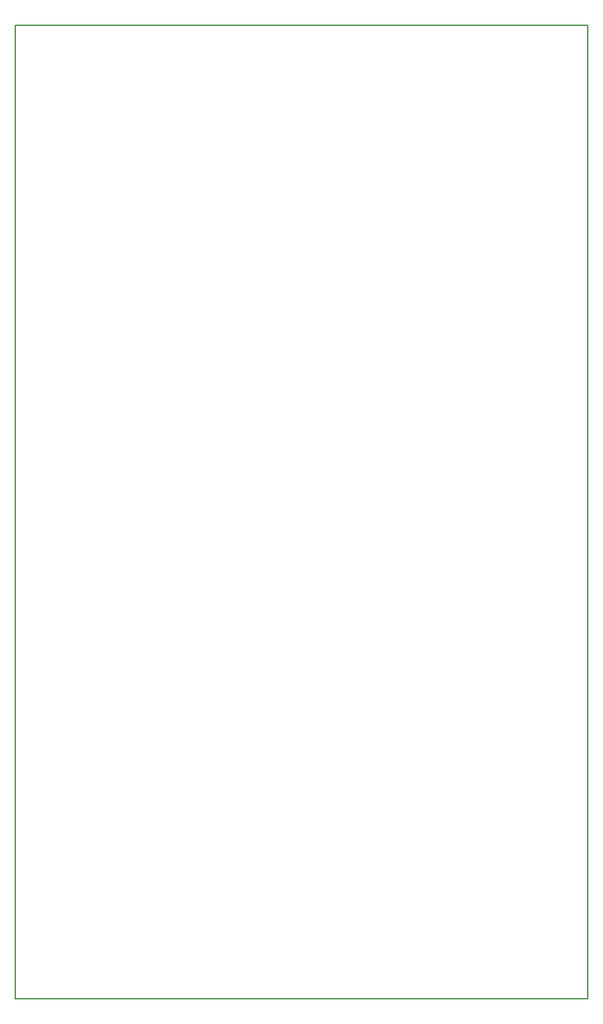
<source format=gbr>
G04 #@! TF.FileFunction,Profile,NP*
%FSLAX46Y46*%
G04 Gerber Fmt 4.6, Leading zero omitted, Abs format (unit mm)*
G04 Created by KiCad (PCBNEW 4.0.6) date 2017 May 30, Tuesday 14:38:27*
%MOMM*%
%LPD*%
G01*
G04 APERTURE LIST*
%ADD10C,0.100000*%
%ADD11C,0.200000*%
G04 APERTURE END LIST*
D10*
D11*
X148000000Y-149000000D02*
X75000000Y-149000000D01*
X75000000Y-25000000D02*
X148000000Y-25000000D01*
X148000000Y-25000000D02*
X148000000Y-149000000D01*
X75000000Y-149000000D02*
X75000000Y-25000000D01*
M02*

</source>
